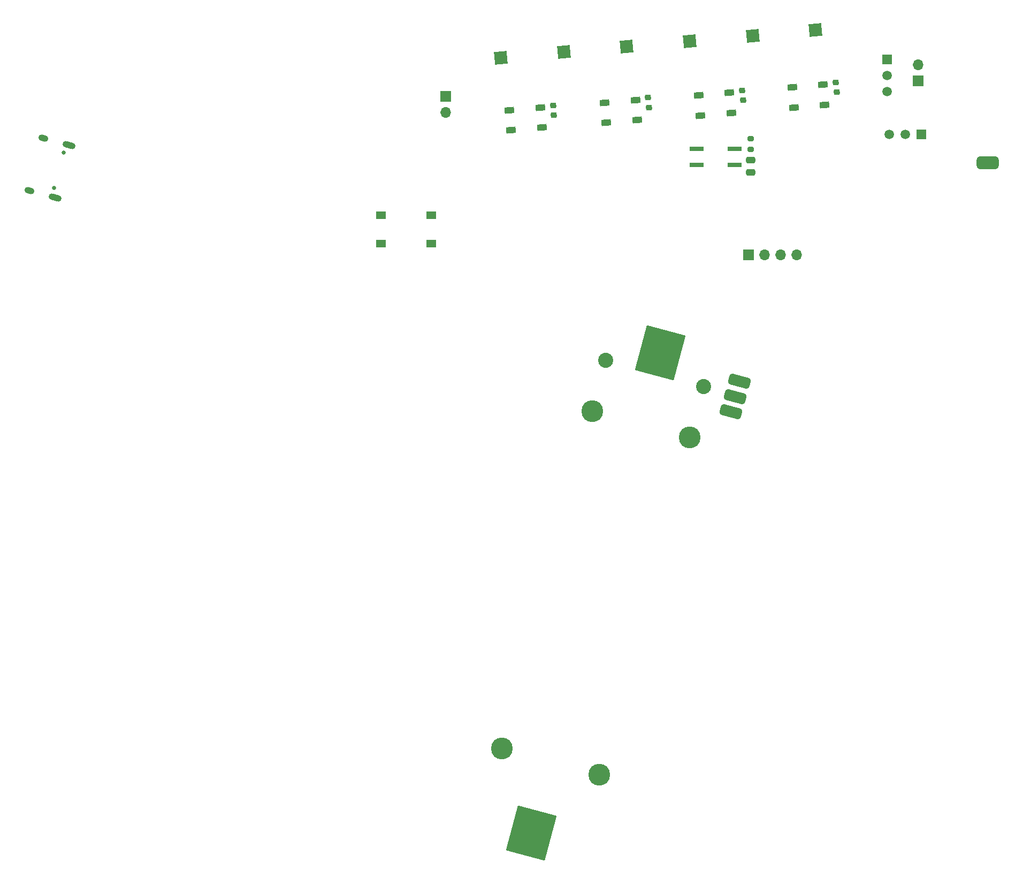
<source format=gbs>
G04 #@! TF.GenerationSoftware,KiCad,Pcbnew,(6.0.5-0)*
G04 #@! TF.CreationDate,2022-11-26T13:27:52+01:00*
G04 #@! TF.ProjectId,Phazor,5068617a-6f72-42e6-9b69-6361645f7063,rev?*
G04 #@! TF.SameCoordinates,Original*
G04 #@! TF.FileFunction,Soldermask,Bot*
G04 #@! TF.FilePolarity,Negative*
%FSLAX46Y46*%
G04 Gerber Fmt 4.6, Leading zero omitted, Abs format (unit mm)*
G04 Created by KiCad (PCBNEW (6.0.5-0)) date 2022-11-26 13:27:52*
%MOMM*%
%LPD*%
G01*
G04 APERTURE LIST*
G04 Aperture macros list*
%AMRoundRect*
0 Rectangle with rounded corners*
0 $1 Rounding radius*
0 $2 $3 $4 $5 $6 $7 $8 $9 X,Y pos of 4 corners*
0 Add a 4 corners polygon primitive as box body*
4,1,4,$2,$3,$4,$5,$6,$7,$8,$9,$2,$3,0*
0 Add four circle primitives for the rounded corners*
1,1,$1+$1,$2,$3*
1,1,$1+$1,$4,$5*
1,1,$1+$1,$6,$7*
1,1,$1+$1,$8,$9*
0 Add four rect primitives between the rounded corners*
20,1,$1+$1,$2,$3,$4,$5,0*
20,1,$1+$1,$4,$5,$6,$7,0*
20,1,$1+$1,$6,$7,$8,$9,0*
20,1,$1+$1,$8,$9,$2,$3,0*%
%AMHorizOval*
0 Thick line with rounded ends*
0 $1 width*
0 $2 $3 position (X,Y) of the first rounded end (center of the circle)*
0 $4 $5 position (X,Y) of the second rounded end (center of the circle)*
0 Add line between two ends*
20,1,$1,$2,$3,$4,$5,0*
0 Add two circle primitives to create the rounded ends*
1,1,$1,$2,$3*
1,1,$1,$4,$5*%
%AMRotRect*
0 Rectangle, with rotation*
0 The origin of the aperture is its center*
0 $1 length*
0 $2 width*
0 $3 Rotation angle, in degrees counterclockwise*
0 Add horizontal line*
21,1,$1,$2,0,0,$3*%
G04 Aperture macros list end*
%ADD10C,3.450000*%
%ADD11C,2.390000*%
%ADD12RoundRect,0.437500X-1.154544X0.762293X-1.381011X-0.082893X1.154544X-0.762293X1.381011X0.082893X0*%
%ADD13R,1.500000X1.500000*%
%ADD14C,1.500000*%
%ADD15R,1.700000X1.700000*%
%ADD16O,1.700000X1.700000*%
%ADD17C,0.650000*%
%ADD18HorizOval,1.000000X-0.531259X0.142350X0.531259X-0.142350X0*%
%ADD19HorizOval,1.000000X-0.289778X0.077646X0.289778X-0.077646X0*%
%ADD20RoundRect,0.500000X1.250000X0.500000X-1.250000X0.500000X-1.250000X-0.500000X1.250000X-0.500000X0*%
%ADD21RoundRect,0.250000X0.475000X-0.250000X0.475000X0.250000X-0.475000X0.250000X-0.475000X-0.250000X0*%
%ADD22RoundRect,0.225000X-0.268659X0.202355X-0.229439X-0.245933X0.268659X-0.202355X0.229439X0.245933X0*%
%ADD23RotRect,1.500000X1.000000X185.000000*%
%ADD24RotRect,2.000000X2.000000X95.000000*%
%ADD25RotRect,7.340000X6.350000X255.000000*%
%ADD26RoundRect,0.200000X0.275000X-0.200000X0.275000X0.200000X-0.275000X0.200000X-0.275000X-0.200000X0*%
%ADD27RoundRect,0.187500X0.937500X0.187500X-0.937500X0.187500X-0.937500X-0.187500X0.937500X-0.187500X0*%
%ADD28R,1.550000X1.300000*%
G04 APERTURE END LIST*
D10*
X164537521Y-140276585D03*
X163369519Y-82816375D03*
D11*
X180980295Y-78911317D03*
D12*
X186647048Y-78085185D03*
X186000000Y-80500000D03*
X185352952Y-82914815D03*
D13*
X210028520Y-27166480D03*
D14*
X210028520Y-29706480D03*
X210028520Y-32246480D03*
D15*
X188153520Y-58046480D03*
D16*
X190693520Y-58046480D03*
X193233520Y-58046480D03*
X195773520Y-58046480D03*
D17*
X79712914Y-41927884D03*
X78216940Y-47510935D03*
D18*
X78358770Y-49029383D03*
D19*
X76557396Y-39601920D03*
D18*
X80594966Y-40683784D03*
D19*
X74321200Y-47947520D03*
D20*
X225953520Y-43546480D03*
D15*
X140228520Y-33046480D03*
D16*
X140228520Y-35586480D03*
D13*
X215443520Y-38996480D03*
D14*
X212903520Y-38996480D03*
X210363520Y-38996480D03*
D21*
X188453520Y-44996480D03*
X188453520Y-43096480D03*
D22*
X157191093Y-34407565D03*
X157326185Y-35951667D03*
D23*
X185101531Y-32448465D03*
X185380429Y-35636288D03*
X180499075Y-36063351D03*
X180220177Y-32875528D03*
D15*
X214953520Y-30586480D03*
D16*
X214953520Y-28046480D03*
D24*
X168853520Y-25146480D03*
X198739360Y-22531807D03*
D23*
X170221227Y-33567905D03*
X170500125Y-36755728D03*
X165618771Y-37182791D03*
X165339873Y-33994968D03*
D24*
X148929626Y-26889595D03*
D22*
X187128477Y-32095462D03*
X187263569Y-33639564D03*
D24*
X188777413Y-23403365D03*
D10*
X178824332Y-86957480D03*
D11*
X165525482Y-74770213D03*
D10*
X149082708Y-136135480D03*
D25*
X174132873Y-73556617D03*
X153774167Y-149536343D03*
D23*
X199908608Y-31152248D03*
X200187506Y-34340071D03*
X195306152Y-34767134D03*
X195027254Y-31579311D03*
D24*
X178815466Y-24274922D03*
D26*
X188453521Y-41371480D03*
X188453521Y-39721480D03*
D27*
X179953520Y-43816480D03*
X179953520Y-41276480D03*
X185953520Y-41276480D03*
X185953520Y-43816480D03*
D28*
X137928520Y-51796480D03*
X129978520Y-51796480D03*
X129978520Y-56296480D03*
X137928520Y-56296480D03*
D23*
X155164147Y-34760569D03*
X155443045Y-37948392D03*
X150561691Y-38375455D03*
X150282793Y-35187632D03*
D22*
X172248173Y-33214902D03*
X172383265Y-34759004D03*
X201935556Y-30799244D03*
X202070648Y-32343346D03*
D24*
X158891573Y-26018037D03*
M02*

</source>
